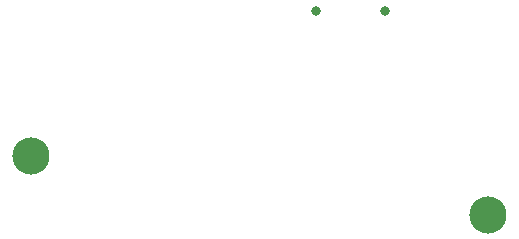
<source format=gbs>
G04*
G04 #@! TF.GenerationSoftware,Altium Limited,Altium Designer,22.10.1 (41)*
G04*
G04 Layer_Color=16711935*
%FSLAX25Y25*%
%MOIN*%
G70*
G04*
G04 #@! TF.SameCoordinates,2E1FBE97-4298-407B-9A7D-6D2D44BAB0FB*
G04*
G04*
G04 #@! TF.FilePolarity,Negative*
G04*
G01*
G75*
%ADD42C,0.12402*%
%ADD43C,0.03150*%
D42*
X12500Y37000D02*
D03*
X165000Y17500D02*
D03*
D43*
X107622Y85500D02*
D03*
X130378D02*
D03*
M02*

</source>
